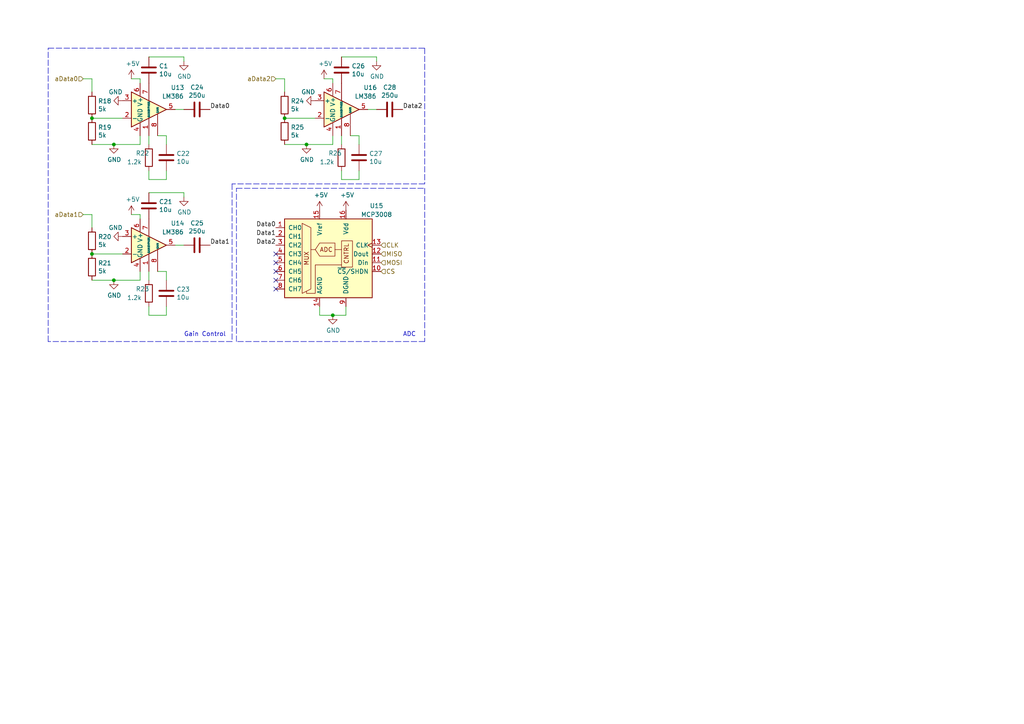
<source format=kicad_sch>
(kicad_sch (version 20211123) (generator eeschema)
  (paper "A4")
  (lib_symbols
    (symbol "Amplifier_Audio:LM386" (pin_names (offset 0.127))
      (property "Reference" "U" (at 1.27 7.62 0))
      (property "Value" "LM386" (at 1.27 5.08 0))
      (symbol "LM386_0_1"
        (polyline (pts (xy 5.08 0) (xy -5.08 5.08) (xy -5.08 -5.08) (xy 5.08 0)) (stroke (width 0.254)) (fill (type background)))
      )
      (symbol "LM386_1_1"
        (pin input line (at 0 -7.62 90) (length 5.08) (name "GAIN") (number "1"))
        (pin input line (at -7.62 -2.54 0) (length 2.54) (name "-") (number "2"))
        (pin input line (at -7.62 2.54 0) (length 2.54) (name "+") (number "3"))
        (pin power_in line (at -2.54 -7.62 90) (length 3.81) (name "GND") (number "4"))
        (pin output line (at 7.62 0 180) (length 2.54) (name "~") (number "5"))
        (pin power_in line (at -2.54 7.62 270) (length 3.81) (name "V+") (number "6"))
        (pin input line (at 0 7.62 270) (length 5.08) (name "BYPASS") (number "7"))
        (pin input line (at 2.54 -7.62 90) (length 6.35) (name "GAIN") (number "8"))
      )
    )
    (symbol "Analog_ADC:MCP3008" (pin_names (offset 1.016))
      (property "Reference" "U" (at -5.08 13.335 0))
      (property "Value" "MCP3008" (at -5.08 11.43 0))
      (symbol "MCP3008_0_0"
        (text "ADC" (at -0.635 1.27 0) (effects (font (size 1.27 1.27))))
        (text "CNTRL" (at 5.969 -2.921 900) (effects (font (size 1.27 1.27)) (justify left bottom)))
        (text "MUX" (at -6.35 -1.27 900) (effects (font (size 1.27 1.27))))
      )
      (symbol "MCP3008_0_1"
        (polyline (pts (xy -3.81 1.27) (xy -5.08 1.27)))
        (polyline (pts (xy 1.905 1.27) (xy 3.81 1.27)))
        (polyline (pts (xy -7.62 8.89) (xy -7.62 -11.43) (xy -5.08 -10.16) (xy -5.08 7.62) (xy -7.62 8.89)))
        (polyline (pts (xy 3.81 -3.175) (xy -3.81 -3.175) (xy -3.81 -11.43) (xy -6.35 -11.43) (xy -6.35 -10.795)))
        (polyline (pts (xy 1.905 3.175) (xy 1.905 -0.635) (xy -2.54 -0.635) (xy -3.81 1.27) (xy -2.54 3.175) (xy 1.905 3.175)))
        (rectangle (start 3.81 -3.81) (end 6.985 3.81))
        (rectangle (start 12.7 -12.7) (end -12.7 10.16) (stroke (width 0.254)) (fill (type background)))
      )
      (symbol "MCP3008_1_1"
        (pin input line (at -15.24 7.62 0) (length 2.54) (name "CH0") (number "1"))
        (pin input line (at 15.24 -5.08 180) (length 2.54) (name "~{CS}/SHDN") (number "10"))
        (pin input line (at 15.24 -2.54 180) (length 2.54) (name "Din") (number "11"))
        (pin output line (at 15.24 0 180) (length 2.54) (name "Dout") (number "12"))
        (pin input clock (at 15.24 2.54 180) (length 2.54) (name "CLK") (number "13"))
        (pin power_in line (at -2.54 -15.24 90) (length 2.54) (name "AGND") (number "14"))
        (pin power_in line (at -2.54 12.7 270) (length 2.54) (name "Vref") (number "15"))
        (pin power_in line (at 5.08 12.7 270) (length 2.54) (name "Vdd") (number "16"))
        (pin input line (at -15.24 5.08 0) (length 2.54) (name "CH1") (number "2"))
        (pin input line (at -15.24 2.54 0) (length 2.54) (name "CH2") (number "3"))
        (pin input line (at -15.24 0 0) (length 2.54) (name "CH3") (number "4"))
        (pin input line (at -15.24 -2.54 0) (length 2.54) (name "CH4") (number "5"))
        (pin input line (at -15.24 -5.08 0) (length 2.54) (name "CH5") (number "6"))
        (pin input line (at -15.24 -7.62 0) (length 2.54) (name "CH6") (number "7"))
        (pin input line (at -15.24 -10.16 0) (length 2.54) (name "CH7") (number "8"))
        (pin power_in line (at 5.08 -15.24 90) (length 2.54) (name "DGND") (number "9"))
      )
    )
    (symbol "Device:C" (pin_numbers hide) (pin_names (offset 0.254))
      (property "Reference" "C" (at 0.635 2.54 0))
      (property "Value" "C" (at 0.635 -2.54 0))
      (symbol "C_0_1"
        (polyline (pts (xy -2.032 -0.762) (xy 2.032 -0.762)) (stroke (width 0.508)))
        (polyline (pts (xy -2.032 0.762) (xy 2.032 0.762)) (stroke (width 0.508)))
      )
      (symbol "C_1_1"
        (pin passive line (at 0 3.81 270) (length 2.794) (name "~") (number "1"))
        (pin passive line (at 0 -3.81 90) (length 2.794) (name "~") (number "2"))
      )
    )
    (symbol "Device:R" (pin_numbers hide) (pin_names (offset 0))
      (property "Reference" "R" (at 2.032 0 90))
      (property "Value" "R" (at 0 0 90))
      (symbol "R_0_1"
        (rectangle (start -1.016 -2.54) (end 1.016 2.54) (stroke (width 0.254)))
      )
      (symbol "R_1_1"
        (pin passive line (at 0 3.81 270) (length 1.27) (name "~") (number "1"))
        (pin passive line (at 0 -3.81 90) (length 1.27) (name "~") (number "2"))
      )
    )
    (symbol "power:+5V" (power) (pin_names (offset 0))
      (property "Value" "+5V" (at 0 3.556 0))
      (symbol "+5V_0_1"
        (polyline (pts (xy -0.762 1.27) (xy 0 2.54)))
        (polyline (pts (xy 0 0) (xy 0 2.54)))
        (polyline (pts (xy 0 2.54) (xy 0.762 1.27)))
      )
      (symbol "+5V_1_1"
        (pin power_in line (at 0 0 90) (length 0) hide (name "+5V") (number "1"))
      )
    )
    (symbol "power:GND" (power) (pin_names (offset 0))
      (property "Value" "GND" (at 0 -3.81 0))
      (symbol "GND_0_1"
        (polyline (pts (xy 0 0) (xy 0 -1.27) (xy 1.27 -1.27) (xy 0 -2.54) (xy -1.27 -1.27) (xy 0 -1.27)))
      )
      (symbol "GND_1_1"
        (pin power_in line (at 0 0 270) (length 0) hide (name "GND") (number "1"))
      )
    )
  )
  (junction (at 26.67 73.66))
  (junction (at 96.52 91.44))
  (junction (at 26.67 34.29))
  (junction (at 88.9 41.91))
  (junction (at 33.02 41.91))
  (junction (at 82.55 34.29))
  (junction (at 33.02 81.28))
  (no_connect (at 80.01 76.2))
  (no_connect (at 80.01 81.28))
  (no_connect (at 80.01 78.74))
  (no_connect (at 80.01 73.66))
  (no_connect (at 80.01 83.82))
  (wire (pts (xy 104.14 52.07) (xy 99.06 52.07)))
  (wire (pts (xy 38.1 22.86) (xy 40.64 22.86)))
  (polyline (pts (xy 123.19 53.34) (xy 67.31 53.34)))
  (wire (pts (xy 26.67 22.86) (xy 24.13 22.86)))
  (wire (pts (xy 53.34 57.15) (xy 53.34 55.88)))
  (wire (pts (xy 26.67 22.86) (xy 26.67 26.67)))
  (wire (pts (xy 26.67 41.91) (xy 33.02 41.91)))
  (wire (pts (xy 48.26 88.9) (xy 48.26 91.44)))
  (wire (pts (xy 40.64 62.23) (xy 40.64 63.5)))
  (wire (pts (xy 26.67 62.23) (xy 26.67 66.04)))
  (polyline (pts (xy 68.58 54.61) (xy 123.19 54.61)))
  (wire (pts (xy 82.55 41.91) (xy 88.9 41.91)))
  (wire (pts (xy 96.52 41.91) (xy 88.9 41.91)))
  (wire (pts (xy 40.64 78.74) (xy 40.64 81.28)))
  (wire (pts (xy 96.52 22.86) (xy 96.52 24.13)))
  (wire (pts (xy 109.22 16.51) (xy 99.06 16.51)))
  (wire (pts (xy 45.72 78.74) (xy 48.26 78.74)))
  (wire (pts (xy 26.67 34.29) (xy 35.56 34.29)))
  (wire (pts (xy 109.22 17.78) (xy 109.22 16.51)))
  (wire (pts (xy 53.34 31.75) (xy 50.8 31.75)))
  (wire (pts (xy 48.26 78.74) (xy 48.26 81.28)))
  (wire (pts (xy 43.18 52.07) (xy 43.18 49.53)))
  (wire (pts (xy 26.67 62.23) (xy 24.13 62.23)))
  (wire (pts (xy 101.6 39.37) (xy 104.14 39.37)))
  (wire (pts (xy 96.52 91.44) (xy 100.33 91.44)))
  (polyline (pts (xy 123.19 13.97) (xy 123.19 53.34)))
  (wire (pts (xy 96.52 39.37) (xy 96.52 41.91)))
  (wire (pts (xy 40.64 41.91) (xy 33.02 41.91)))
  (wire (pts (xy 48.26 49.53) (xy 48.26 52.07)))
  (wire (pts (xy 104.14 49.53) (xy 104.14 52.07)))
  (wire (pts (xy 40.64 22.86) (xy 40.64 24.13)))
  (wire (pts (xy 99.06 41.91) (xy 99.06 39.37)))
  (polyline (pts (xy 68.58 99.06) (xy 68.58 54.61)))
  (polyline (pts (xy 13.97 99.06) (xy 13.97 13.97)))
  (wire (pts (xy 82.55 22.86) (xy 82.55 26.67)))
  (wire (pts (xy 53.34 16.51) (xy 43.18 16.51)))
  (wire (pts (xy 48.26 52.07) (xy 43.18 52.07)))
  (wire (pts (xy 45.72 39.37) (xy 48.26 39.37)))
  (wire (pts (xy 40.64 81.28) (xy 33.02 81.28)))
  (wire (pts (xy 43.18 91.44) (xy 43.18 88.9)))
  (polyline (pts (xy 67.31 53.34) (xy 67.31 99.06)))
  (wire (pts (xy 43.18 81.28) (xy 43.18 78.74)))
  (polyline (pts (xy 123.19 54.61) (xy 123.19 99.06)))
  (wire (pts (xy 53.34 71.12) (xy 50.8 71.12)))
  (wire (pts (xy 48.26 91.44) (xy 43.18 91.44)))
  (wire (pts (xy 38.1 62.23) (xy 40.64 62.23)))
  (wire (pts (xy 53.34 55.88) (xy 43.18 55.88)))
  (wire (pts (xy 82.55 34.29) (xy 91.44 34.29)))
  (wire (pts (xy 100.33 91.44) (xy 100.33 88.9)))
  (wire (pts (xy 104.14 39.37) (xy 104.14 41.91)))
  (wire (pts (xy 26.67 73.66) (xy 35.56 73.66)))
  (polyline (pts (xy 123.19 99.06) (xy 68.58 99.06)))
  (wire (pts (xy 40.64 39.37) (xy 40.64 41.91)))
  (wire (pts (xy 26.67 81.28) (xy 33.02 81.28)))
  (polyline (pts (xy 67.31 99.06) (xy 13.97 99.06)))
  (wire (pts (xy 93.98 22.86) (xy 96.52 22.86)))
  (wire (pts (xy 43.18 41.91) (xy 43.18 39.37)))
  (wire (pts (xy 96.52 91.44) (xy 92.71 91.44)))
  (wire (pts (xy 53.34 17.78) (xy 53.34 16.51)))
  (polyline (pts (xy 13.97 13.97) (xy 123.19 13.97)))
  (wire (pts (xy 48.26 39.37) (xy 48.26 41.91)))
  (wire (pts (xy 92.71 91.44) (xy 92.71 88.9)))
  (wire (pts (xy 99.06 52.07) (xy 99.06 49.53)))
  (wire (pts (xy 82.55 22.86) (xy 80.01 22.86)))
  (wire (pts (xy 109.22 31.75) (xy 106.68 31.75)))
  (text "Gain Control" (at 53.34 97.79 0) (effects (font (size 1.27 1.27)) (justify left bottom)))
  (text "ADC" (at 116.84 97.79 0) (effects (font (size 1.27 1.27)) (justify left bottom)))
  (label "Data2" (at 80.01 71.12 180))
  (label "Data0" (at 60.96 31.75 0))
  (label "Data2" (at 116.84 31.75 0))
  (label "Data0" (at 80.01 66.04 180))
  (label "Data1" (at 60.96 71.12 0))
  (label "Data1" (at 80.01 68.58 180))
  (hierarchical_label "aData1" (shape input) (at 24.13 62.23 180))
  (hierarchical_label "aData0" (shape input) (at 24.13 22.86 180))
  (hierarchical_label "MISO" (shape input) (at 110.49 73.66 0))
  (hierarchical_label "MOSI" (shape input) (at 110.49 76.2 0))
  (hierarchical_label "aData2" (shape input) (at 80.01 22.86 180))
  (hierarchical_label "CLK" (shape input) (at 110.49 71.12 0))
  (hierarchical_label "CS" (shape input) (at 110.49 78.74 0))
  (symbol (lib_id "Amplifier_Audio:LM386") (at 43.18 31.75 0)
    (property "Reference" "U13" (at 49.53 25.4 0) (effects (justify left)))
    (property "Value" "LM386" (at 46.99 27.94 0) (effects (justify left)))
    (property "Footprint" "Package_SO:SOIC-8_3.9x4.9mm_P1.27mm" (effects hide))
    (property "Datasheet" "http://www.ti.com/lit/ds/symlink/lm386.pdf" (effects hide))
  )
  (symbol (lib_id "Analog_ADC:MCP3008") (at 95.25 73.66 0)
    (property "Reference" "U15" (at 109.22 59.69 0))
    (property "Value" "MCP3008" (at 109.22 62.23 0))
    (property "Footprint" "Package_SO:SOIC-16_3.9x9.9mm_P1.27mm" (effects hide))
    (property "Datasheet" "http://ww1.microchip.com/downloads/en/DeviceDoc/21295d.pdf" (effects hide))
  )
  (symbol (lib_id "power:GND") (at 96.52 91.44 0)
    (property "Reference" "#PWR0202" (effects hide))
    (property "Value" "GND" (at 96.647 95.8342 0))
  )
  (symbol (lib_id "Device:C") (at 48.26 45.72 0)
    (property "Reference" "C22" (at 51.181 44.5516 0) (effects (justify left)))
    (property "Value" "10u" (at 51.181 46.863 0) (effects (justify left)))
    (property "Footprint" "Capacitor_SMD:C_0603_1608Metric" (effects hide))
  )
  (symbol (lib_id "Device:R") (at 43.18 45.72 0)
    (property "Reference" "R22" (at 39.37 44.45 0) (effects (justify left)))
    (property "Value" "1.2k" (at 36.83 46.99 0) (effects (justify left)))
    (property "Footprint" "Resistor_SMD:R_0603_1608Metric" (effects hide))
  )
  (symbol (lib_id "Device:C") (at 43.18 20.32 0)
    (property "Reference" "C1" (at 46.101 19.1516 0) (effects (justify left)))
    (property "Value" "10u" (at 46.101 21.463 0) (effects (justify left)))
    (property "Footprint" "Capacitor_SMD:C_0603_1608Metric" (effects hide))
  )
  (symbol (lib_id "power:GND") (at 53.34 17.78 0)
    (property "Reference" "#PWR0203" (effects hide))
    (property "Value" "GND" (at 53.467 22.1742 0))
  )
  (symbol (lib_id "power:+5V") (at 38.1 22.86 0)
    (property "Reference" "#PWR0204" (effects hide))
    (property "Value" "+5V" (at 38.481 18.4658 0))
  )
  (symbol (lib_id "Amplifier_Audio:LM386") (at 43.18 71.12 0)
    (property "Reference" "U14" (at 49.53 64.77 0) (effects (justify left)))
    (property "Value" "LM386" (at 46.99 67.31 0) (effects (justify left)))
    (property "Footprint" "Package_SO:SOIC-8_3.9x4.9mm_P1.27mm" (effects hide))
    (property "Datasheet" "http://www.ti.com/lit/ds/symlink/lm386.pdf" (effects hide))
  )
  (symbol (lib_id "Device:C") (at 48.26 85.09 0)
    (property "Reference" "C23" (at 51.181 83.9216 0) (effects (justify left)))
    (property "Value" "10u" (at 51.181 86.233 0) (effects (justify left)))
    (property "Footprint" "Capacitor_SMD:C_0603_1608Metric" (effects hide))
  )
  (symbol (lib_id "Device:R") (at 43.18 85.09 0)
    (property "Reference" "R23" (at 39.37 83.82 0) (effects (justify left)))
    (property "Value" "1.2k" (at 36.83 86.36 0) (effects (justify left)))
    (property "Footprint" "Resistor_SMD:R_0603_1608Metric" (effects hide))
  )
  (symbol (lib_id "Device:C") (at 43.18 59.69 0)
    (property "Reference" "C21" (at 46.101 58.5216 0) (effects (justify left)))
    (property "Value" "10u" (at 46.101 60.833 0) (effects (justify left)))
    (property "Footprint" "Capacitor_SMD:C_0603_1608Metric" (effects hide))
  )
  (symbol (lib_id "power:GND") (at 53.34 57.15 0)
    (property "Reference" "#PWR0205" (effects hide))
    (property "Value" "GND" (at 53.467 61.5442 0))
  )
  (symbol (lib_id "power:+5V") (at 38.1 62.23 0)
    (property "Reference" "#PWR0206" (effects hide))
    (property "Value" "+5V" (at 38.481 57.8358 0))
  )
  (symbol (lib_id "Amplifier_Audio:LM386") (at 99.06 31.75 0)
    (property "Reference" "U16" (at 105.41 25.4 0) (effects (justify left)))
    (property "Value" "LM386" (at 102.87 27.94 0) (effects (justify left)))
    (property "Footprint" "Package_SO:SOIC-8_3.9x4.9mm_P1.27mm" (effects hide))
    (property "Datasheet" "http://www.ti.com/lit/ds/symlink/lm386.pdf" (effects hide))
  )
  (symbol (lib_id "Device:C") (at 104.14 45.72 0)
    (property "Reference" "C27" (at 107.061 44.5516 0) (effects (justify left)))
    (property "Value" "10u" (at 107.061 46.863 0) (effects (justify left)))
    (property "Footprint" "Capacitor_SMD:C_0603_1608Metric" (effects hide))
  )
  (symbol (lib_id "Device:R") (at 99.06 45.72 0)
    (property "Reference" "R26" (at 95.25 44.45 0) (effects (justify left)))
    (property "Value" "1.2k" (at 92.71 46.99 0) (effects (justify left)))
    (property "Footprint" "Resistor_SMD:R_0603_1608Metric" (effects hide))
  )
  (symbol (lib_id "Device:C") (at 99.06 20.32 0)
    (property "Reference" "C26" (at 101.981 19.1516 0) (effects (justify left)))
    (property "Value" "10u" (at 101.981 21.463 0) (effects (justify left)))
    (property "Footprint" "Capacitor_SMD:C_0603_1608Metric" (effects hide))
  )
  (symbol (lib_id "power:GND") (at 109.22 17.78 0)
    (property "Reference" "#PWR0207" (effects hide))
    (property "Value" "GND" (at 109.347 22.1742 0))
  )
  (symbol (lib_id "power:+5V") (at 93.98 22.86 0)
    (property "Reference" "#PWR0208" (effects hide))
    (property "Value" "+5V" (at 94.361 18.4658 0))
  )
  (symbol (lib_id "power:+5V") (at 92.71 60.96 0)
    (property "Reference" "#PWR0209" (effects hide))
    (property "Value" "+5V" (at 93.091 56.5658 0))
  )
  (symbol (lib_id "power:+5V") (at 100.33 60.96 0)
    (property "Reference" "#PWR0210" (effects hide))
    (property "Value" "+5V" (at 100.711 56.5658 0))
  )
  (symbol (lib_id "power:GND") (at 35.56 68.58 270)
    (property "Reference" "#PWR0211" (effects hide))
    (property "Value" "GND" (at 35.56 66.04 90) (effects (justify right)))
  )
  (symbol (lib_id "power:GND") (at 33.02 81.28 0)
    (property "Reference" "#PWR0212" (effects hide))
    (property "Value" "GND" (at 33.147 85.6742 0))
  )
  (symbol (lib_id "Device:R") (at 26.67 77.47 0)
    (property "Reference" "R21" (at 28.448 76.3016 0) (effects (justify left)))
    (property "Value" "5k" (at 28.448 78.613 0) (effects (justify left)))
    (property "Footprint" "Resistor_SMD:R_0603_1608Metric" (effects hide))
  )
  (symbol (lib_id "Device:R") (at 26.67 69.85 0)
    (property "Reference" "R20" (at 28.448 68.6816 0) (effects (justify left)))
    (property "Value" "5k" (at 28.448 70.993 0) (effects (justify left)))
    (property "Footprint" "Resistor_SMD:R_0603_1608Metric" (effects hide))
  )
  (symbol (lib_id "power:GND") (at 35.56 29.21 270)
    (property "Reference" "#PWR0213" (effects hide))
    (property "Value" "GND" (at 35.56 26.67 90) (effects (justify right)))
  )
  (symbol (lib_id "power:GND") (at 33.02 41.91 0)
    (property "Reference" "#PWR0214" (effects hide))
    (property "Value" "GND" (at 33.147 46.3042 0))
  )
  (symbol (lib_id "Device:R") (at 26.67 38.1 0)
    (property "Reference" "R19" (at 28.448 36.9316 0) (effects (justify left)))
    (property "Value" "5k" (at 28.448 39.243 0) (effects (justify left)))
    (property "Footprint" "Resistor_SMD:R_0603_1608Metric" (effects hide))
  )
  (symbol (lib_id "Device:R") (at 26.67 30.48 0)
    (property "Reference" "R18" (at 28.448 29.3116 0) (effects (justify left)))
    (property "Value" "5k" (at 28.448 31.623 0) (effects (justify left)))
    (property "Footprint" "Resistor_SMD:R_0603_1608Metric" (effects hide))
  )
  (symbol (lib_id "power:GND") (at 91.44 29.21 270)
    (property "Reference" "#PWR0215" (effects hide))
    (property "Value" "GND" (at 91.44 26.67 90) (effects (justify right)))
  )
  (symbol (lib_id "power:GND") (at 88.9 41.91 0)
    (property "Reference" "#PWR0216" (effects hide))
    (property "Value" "GND" (at 89.027 46.3042 0))
  )
  (symbol (lib_id "Device:R") (at 82.55 38.1 0)
    (property "Reference" "R25" (at 84.328 36.9316 0) (effects (justify left)))
    (property "Value" "5k" (at 84.328 39.243 0) (effects (justify left)))
    (property "Footprint" "Resistor_SMD:R_0603_1608Metric" (effects hide))
  )
  (symbol (lib_id "Device:R") (at 82.55 30.48 0)
    (property "Reference" "R24" (at 84.328 29.3116 0) (effects (justify left)))
    (property "Value" "5k" (at 84.328 31.623 0) (effects (justify left)))
    (property "Footprint" "Resistor_SMD:R_0603_1608Metric" (effects hide))
  )
  (symbol (lib_id "Device:C") (at 57.15 31.75 270) (unit 1)
    (property "Reference" "C24" (at 57.15 25.3492 90))
    (property "Value" "250u" (at 57.15 27.6606 90))
    (property "Footprint" "Capacitor_SMD:C_0603_1608Metric" (effects hide))
  )
  (symbol (lib_id "Device:C") (at 57.15 71.12 270) (unit 1)
    (property "Reference" "C25" (at 57.15 64.7192 90))
    (property "Value" "250u" (at 57.15 67.0306 90))
    (property "Footprint" "Capacitor_SMD:C_0603_1608Metric" (effects hide))
  )
  (symbol (lib_id "Device:C") (at 113.03 31.75 270) (unit 1)
    (property "Reference" "C28" (at 113.03 25.3492 90))
    (property "Value" "250u" (at 113.03 27.6606 90))
    (property "Footprint" "Capacitor_SMD:C_0603_1608Metric" (effects hide))
  )
)
</source>
